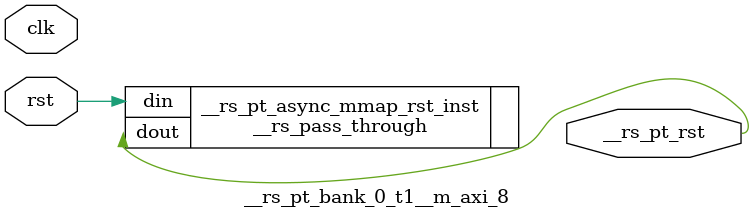
<source format=v>
`timescale 1 ns / 1 ps
/**   Generated by RapidStream   **/
module __rs_pt_bank_0_t1__m_axi_8 #(
    parameter BufferSize         = 32,
    parameter BufferSizeLog      = 5,
    parameter AddrWidth          = 64,
    parameter AxiSideAddrWidth   = 64,
    parameter DataWidth          = 512,
    parameter DataWidthBytesLog  = 6,
    parameter WaitTimeWidth      = 4,
    parameter BurstLenWidth      = 8,
    parameter EnableReadChannel  = 1,
    parameter EnableWriteChannel = 1,
    parameter MaxWaitTime        = 3,
    parameter MaxBurstLen        = 15
) (
    output wire __rs_pt_rst,
    input wire  clk,
    input wire  rst
);




__rs_pass_through #(
    .WIDTH (1)
) __rs_pt_async_mmap_rst_inst /**   Generated by RapidStream   **/ (
    .din  (rst),
    .dout (__rs_pt_rst)
);

endmodule  // __rs_pt_bank_0_t1__m_axi_8
</source>
